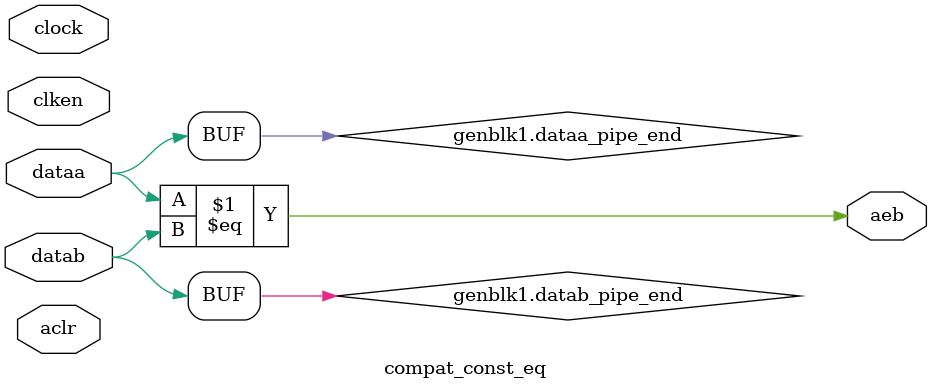
<source format=sv>
module compat_const_eq
    #(
        parameter WIDTH=1,
        parameter PIPELINE=0
    )
    (
        input clock, aclr, clken,

        input [WIDTH-1:0] dataa,
        input [WIDTH-1:0] datab,

        output aeb
    );

// synthesis read_comments_as_HDL on
// localparam IMPL = "quartus";
// synthesis read_comments_as_HDL off

// altera translate_off
    localparam IMPL="fallback";
// altera translate_on

    generate
        if (IMPL == "quartus") begin
            /* verilator lint_off DECLFILENAME */

            if (PIPELINE > 0) begin
                lpm_compare#(
                    .LPM_WIDTH(WIDTH),
                    .LPM_REPRESENTATION("SIGNED"),
                    .ONE_INPUT_IS_CONSTANT("YES"),
                    .LPM_PIPELINE(PIPELINE)
                ) quartus_compare(
                    .clock(clock),
                    .aclr(aclr),
                    .clken(clken),
                    .dataa(dataa),
                    .datab(datab),
                    .aeb(aeb)
                );
            end else begin
                lpm_compare#(
                    .LPM_WIDTH(WIDTH),
                    .LPM_REPRESENTATION("SIGNED"),
                    .ONE_INPUT_IS_CONSTANT("YES"),
                    .LPM_PIPELINE(0)
                ) quartus_commpare0(
                    .dataa(dataa),
                    .datab(datab),
                    .aeb(aeb)
                );
            end

            /* verilator lint_on DECLFILENAME */
        end
        else begin

            wire [WIDTH-1:0] dataa_pipe_end;
            wire [WIDTH-1:0] datab_pipe_end;
            if (PIPELINE == 0) begin
                assign dataa_pipe_end = dataa;
                assign datab_pipe_end = datab;
            end else begin
                reg [WIDTH-1:0] dataa_pipe [0:PIPELINE-1];
                reg [WIDTH-1:0] datab_pipe [0:PIPELINE-1];

                genvar pipe_stage;
                for (pipe_stage = 0; pipe_stage < PIPELINE-1; pipe_stage = pipe_stage+1) begin : pipe_stages
                    always @(posedge clock or posedge aclr) begin
                        if (aclr) begin
                            dataa_pipe[pipe_stage+1] <= 0;
                            datab_pipe[pipe_stage+1] <= 0;
                        end
                        else if (clken) begin
                            dataa_pipe[pipe_stage+1] <= dataa_pipe[pipe_stage];
                            datab_pipe[pipe_stage+1] <= datab_pipe[pipe_stage];
                        end
                    end
                end

                always @(posedge clock or posedge aclr) begin
                    if (aclr) begin
                        dataa_pipe[0] <= 0;
                        datab_pipe[0] <= 0;
                    end
                    else if (clken) begin
                        dataa_pipe[0] <= dataa;
                        datab_pipe[0] <= datab;
                    end
                end

                assign dataa_pipe_end = dataa_pipe[PIPELINE-1];
                assign datab_pipe_end = datab_pipe[PIPELINE-1];
            end

            /* * * * * * * * * * * * * * * * * * * * * * */
            /*  Do the actual fallback computation here  */
            /* * * * * * * * * * * * * * * * * * * * * * */


            assign aeb = $signed(dataa_pipe_end) == $signed(datab_pipe_end);

        end
    endgenerate

endmodule: compat_const_eq
</source>
